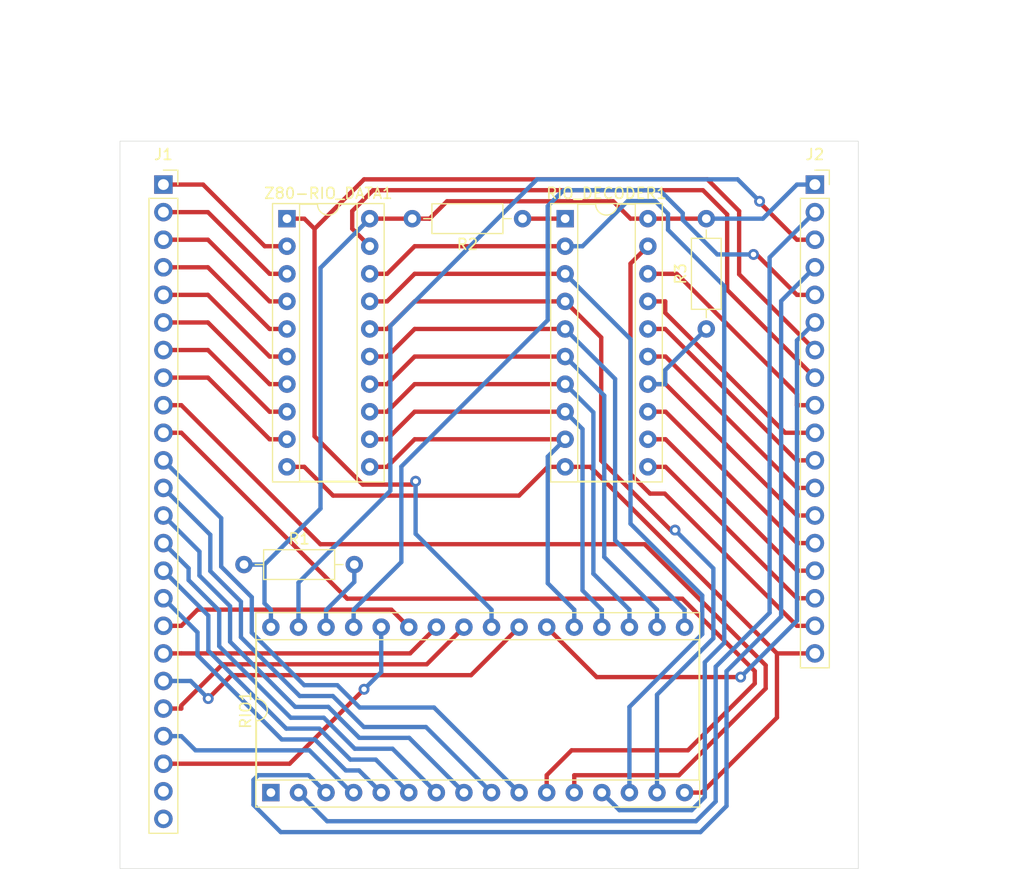
<source format=kicad_pcb>
(kicad_pcb (version 20221018) (generator pcbnew)
  (layers (0 "F.Cu" signal) (31 "B.Cu" signal) (34 "B.Paste" user) (35 "F.Paste" user) (36 "B.SilkS" user "B.Silkscreen") (37 "F.SilkS" user "F.Silkscreen") (38 "B.Mask" user) (39 "F.Mask" user) (44 "Edge.Cuts" user))
  (net 0 "")
  (net 1 "/RIO-128K_ZXspectrum/Z80_D0")
  (net 2 "/RIO-128K_ZXspectrum/Z80_D1")
  (net 3 "/RIO-128K_ZXspectrum/Z80_D2")
  (net 4 "/RIO-128K_ZXspectrum/Z80_D3")
  (net 5 "/RIO-128K_ZXspectrum/Z80_D4")
  (net 6 "/RIO-128K_ZXspectrum/Z80_D5")
  (net 7 "/RIO-128K_ZXspectrum/Z80_D6")
  (net 8 "/RIO-128K_ZXspectrum/Z80_D7")
  (net 9 "/RIO-128K_ZXspectrum/Z80_A0")
  (net 10 "/RIO-128K_ZXspectrum/Z80_A1")
  (net 11 "/RIO-128K_ZXspectrum/Z80_A2")
  (net 12 "/RIO-128K_ZXspectrum/Z80_A3")
  (net 13 "/RIO-128K_ZXspectrum/Z80_A4")
  (net 14 "/RIO-128K_ZXspectrum/Z80_A5")
  (net 15 "/RIO-128K_ZXspectrum/Z80_A6")
  (net 16 "/RIO-128K_ZXspectrum/Z80_A7")
  (net 17 "/RIO-128K_ZXspectrum/Z80_A8")
  (net 18 "/RIO-128K_ZXspectrum/Z80_A9")
  (net 19 "/RIO-128K_ZXspectrum/Z80_A10")
  (net 20 "/RIO-128K_ZXspectrum/Z80_A11")
  (net 21 "/RIO-128K_ZXspectrum/Z80_A12")
  (net 22 "/RIO-128K_ZXspectrum/Z80_A13")
  (net 23 "/RIO-128K_ZXspectrum/Z80_A14")
  (net 24 "/RIO-128K_ZXspectrum/Z80_A15")
  (net 25 "+5V")
  (net 26 "/RIO-128K_ZXspectrum/RIO_CE2")
  (net 27 "Net-(RIO_DECODER1-A->B)")
  (net 28 "/RIO-128K_ZXspectrum/CACHE_DATASTATUS")
  (net 30 "/RIO-128K_ZXspectrum/RIO_CONTROL.A16")
  (net 31 "/RIO-128K_ZXspectrum/RIO_CONTROL.A14")
  (net 32 "/RIO-128K_ZXspectrum/ROM_D0")
  (net 33 "/RIO-128K_ZXspectrum/ROM_D1")
  (net 34 "/RIO-128K_ZXspectrum/ROM_D2")
  (net 35 "GND")
  (net 36 "/RIO-128K_ZXspectrum/ROM_D3")
  (net 37 "/RIO-128K_ZXspectrum/ROM_D4")
  (net 38 "/RIO-128K_ZXspectrum/ROM_D5")
  (net 39 "/RIO-128K_ZXspectrum/ROM_D6")
  (net 40 "/RIO-128K_ZXspectrum/ROM_D7")
  (net 41 "/RIO-128K_ZXspectrum/RIO_CONTROL.CE")
  (net 42 "/RIO-128K_ZXspectrum/RIO_CONTROL.OE")
  (net 43 "/RIO-128K_ZXspectrum/RIO_CONTROL.WE")
  (net 44 "/RIO-128K_ZXspectrum/RIO_CONTROL.A15")
  (net 45 "/RIO-128K_ZXspectrum/Z80_HARDLOCK_SET")
  (net 46 "/RIO-128K_ZXspectrum/Z80_HARDLOCK_RESET")
  (net 47 "/RIO-128K_ZXspectrum/WAIT_IO")
  (net 48 "/RIO-128K_ZXspectrum/CACHE_SEL_3")
  (net 49 "/RIO-128K_ZXspectrum/CACHE_SEL_2")
  (net 50 "/RIO-128K_ZXspectrum/CACHE_SEL_1")
  (net 51 "/RIO-128K_ZXspectrum/CACHE_SEL_0")
  (net 52 "/RIO-128K_ZXspectrum/PERM_Z80_IORQ")
  (net 53 "/RIO-128K_ZXspectrum/RIO_CONTROL.ROM_RDY")
  (footprint "Package_DIP:DIP-20_W7.62mm_Socket" (layer "F.Cu") (at 152 73.14)
    (fp_text reference "RIO_DECODER1" (at 3.81 -2.33) (layer "F.SilkS"))
    (fp_text value "74HC245N")
    (pad "1" thru_hole rect (at 0 0) (size 1.6 1.6) (drill 0.8) (layers "*.Cu" "*.Mask") (net 27 "Net-(RIO_DECODER1-A->B)"))
    (pad "2" thru_hole oval (at 0 2.54) (size 1.6 1.6) (drill 0.8) (layers "*.Cu" "*.Mask") (net 32 "/RIO-128K_ZXspectrum/ROM_D0"))
    (pad "3" thru_hole oval (at 0 5.08) (size 1.6 1.6) (drill 0.8) (layers "*.Cu" "*.Mask") (net 33 "/RIO-128K_ZXspectrum/ROM_D1"))
    (pad "4" thru_hole oval (at 0 7.62) (size 1.6 1.6) (drill 0.8) (layers "*.Cu" "*.Mask") (net 34 "/RIO-128K_ZXspectrum/ROM_D2"))
    (pad "5" thru_hole oval (at 0 10.16) (size 1.6 1.6) (drill 0.8) (layers "*.Cu" "*.Mask") (net 36 "/RIO-128K_ZXspectrum/ROM_D3"))
    (pad "6" thru_hole oval (at 0 12.7) (size 1.6 1.6) (drill 0.8) (layers "*.Cu" "*.Mask") (net 37 "/RIO-128K_ZXspectrum/ROM_D4"))
    (pad "7" thru_hole oval (at 0 15.24) (size 1.6 1.6) (drill 0.8) (layers "*.Cu" "*.Mask") (net 38 "/RIO-128K_ZXspectrum/ROM_D5"))
    (pad "8" thru_hole oval (at 0 17.78) (size 1.6 1.6) (drill 0.8) (layers "*.Cu" "*.Mask") (net 39 "/RIO-128K_ZXspectrum/ROM_D6"))
    (pad "9" thru_hole oval (at 0 20.32) (size 1.6 1.6) (drill 0.8) (layers "*.Cu" "*.Mask") (net 40 "/RIO-128K_ZXspectrum/ROM_D7"))
    (pad "10" thru_hole oval (at 0 22.86) (size 1.6 1.6) (drill 0.8) (layers "*.Cu" "*.Mask") (net 35 "GND"))
    (pad "11" thru_hole oval (at 7.62 22.86) (size 1.6 1.6) (drill 0.8) (layers "*.Cu" "*.Mask") (net 45 "/RIO-128K_ZXspectrum/Z80_HARDLOCK_SET"))
    (pad "12" thru_hole oval (at 7.62 20.32) (size 1.6 1.6) (drill 0.8) (layers "*.Cu" "*.Mask") (net 46 "/RIO-128K_ZXspectrum/Z80_HARDLOCK_RESET"))
    (pad "13" thru_hole oval (at 7.62 17.78) (size 1.6 1.6) (drill 0.8) (layers "*.Cu" "*.Mask") (net 47 "/RIO-128K_ZXspectrum/WAIT_IO"))
    (pad "14" thru_hole oval (at 7.62 15.24) (size 1.6 1.6) (drill 0.8) (layers "*.Cu" "*.Mask") (net 28 "/RIO-128K_ZXspectrum/CACHE_DATASTATUS"))
    (pad "15" thru_hole oval (at 7.62 12.7) (size 1.6 1.6) (drill 0.8) (layers "*.Cu" "*.Mask") (net 48 "/RIO-128K_ZXspectrum/CACHE_SEL_3"))
    (pad "16" thru_hole oval (at 7.62 10.16) (size 1.6 1.6) (drill 0.8) (layers "*.Cu" "*.Mask") (net 49 "/RIO-128K_ZXspectrum/CACHE_SEL_2"))
    (pad "17" thru_hole oval (at 7.62 7.62) (size 1.6 1.6) (drill 0.8) (layers "*.Cu" "*.Mask") (net 50 "/RIO-128K_ZXspectrum/CACHE_SEL_1"))
    (pad "18" thru_hole oval (at 7.62 5.08) (size 1.6 1.6) (drill 0.8) (layers "*.Cu" "*.Mask") (net 51 "/RIO-128K_ZXspectrum/CACHE_SEL_0"))
    (pad "19" thru_hole oval (at 7.62 2.54) (size 1.6 1.6) (drill 0.8) (layers "*.Cu" "*.Mask") (net 52 "/RIO-128K_ZXspectrum/PERM_Z80_IORQ"))
    (pad "20" thru_hole oval (at 7.62 0) (size 1.6 1.6) (drill 0.8) (layers "*.Cu" "*.Mask") (net 25 "+5V"))
  )
  (footprint "Resistor_THT:R_Axial_DIN0207_L6.3mm_D2.5mm_P10.16mm_Horizontal" (layer "F.Cu") (at 165 83.3 90)
    (fp_text reference "R3" (at 5.08 -2.37 90) (layer "F.SilkS"))
    (fp_text value "10K")
    (pad "1" thru_hole circle (at 0 0 90) (size 1.6 1.6) (drill 0.8) (layers "*.Cu" "*.Mask") (net 28 "/RIO-128K_ZXspectrum/CACHE_DATASTATUS"))
    (pad "2" thru_hole oval (at 10.16 0 90) (size 1.6 1.6) (drill 0.8) (layers "*.Cu" "*.Mask") (net 25 "+5V"))
  )
  (footprint "Package_DIP:DIP-32_W15.24mm_Socket" (layer "F.Cu") (at 124.9 126 90)
    (fp_text reference "RIO1" (at 7.62 -2.33 90) (layer "F.SilkS"))
    (fp_text value "AS6C1008-55PCN")
    (pad "1" thru_hole rect (at 0 0 90) (size 1.6 1.6) (drill 0.8) (layers "*.Cu" "*.Mask"))
    (pad "2" thru_hole oval (at 0 2.54 90) (size 1.6 1.6) (drill 0.8) (layers "*.Cu" "*.Mask") (net 30 "/RIO-128K_ZXspectrum/RIO_CONTROL.A16"))
    (pad "3" thru_hole oval (at 0 5.08 90) (size 1.6 1.6) (drill 0.8) (layers "*.Cu" "*.Mask") (net 31 "/RIO-128K_ZXspectrum/RIO_CONTROL.A14"))
    (pad "4" thru_hole oval (at 0 7.62 90) (size 1.6 1.6) (drill 0.8) (layers "*.Cu" "*.Mask") (net 21 "/RIO-128K_ZXspectrum/Z80_A12"))
    (pad "5" thru_hole oval (at 0 10.16 90) (size 1.6 1.6) (drill 0.8) (layers "*.Cu" "*.Mask") (net 16 "/RIO-128K_ZXspectrum/Z80_A7"))
    (pad "6" thru_hole oval (at 0 12.7 90) (size 1.6 1.6) (drill 0.8) (layers "*.Cu" "*.Mask") (net 15 "/RIO-128K_ZXspectrum/Z80_A6"))
    (pad "7" thru_hole oval (at 0 15.24 90) (size 1.6 1.6) (drill 0.8) (layers "*.Cu" "*.Mask") (net 14 "/RIO-128K_ZXspectrum/Z80_A5"))
    (pad "8" thru_hole oval (at 0 17.78 90) (size 1.6 1.6) (drill 0.8) (layers "*.Cu" "*.Mask") (net 13 "/RIO-128K_ZXspectrum/Z80_A4"))
    (pad "9" thru_hole oval (at 0 20.32 90) (size 1.6 1.6) (drill 0.8) (layers "*.Cu" "*.Mask") (net 12 "/RIO-128K_ZXspectrum/Z80_A3"))
    (pad "10" thru_hole oval (at 0 22.86 90) (size 1.6 1.6) (drill 0.8) (layers "*.Cu" "*.Mask") (net 11 "/RIO-128K_ZXspectrum/Z80_A2"))
    (pad "11" thru_hole oval (at 0 25.4 90) (size 1.6 1.6) (drill 0.8) (layers "*.Cu" "*.Mask") (net 10 "/RIO-128K_ZXspectrum/Z80_A1"))
    (pad "12" thru_hole oval (at 0 27.94 90) (size 1.6 1.6) (drill 0.8) (layers "*.Cu" "*.Mask") (net 9 "/RIO-128K_ZXspectrum/Z80_A0"))
    (pad "13" thru_hole oval (at 0 30.48 90) (size 1.6 1.6) (drill 0.8) (layers "*.Cu" "*.Mask") (net 32 "/RIO-128K_ZXspectrum/ROM_D0"))
    (pad "14" thru_hole oval (at 0 33.02 90) (size 1.6 1.6) (drill 0.8) (layers "*.Cu" "*.Mask") (net 33 "/RIO-128K_ZXspectrum/ROM_D1"))
    (pad "15" thru_hole oval (at 0 35.56 90) (size 1.6 1.6) (drill 0.8) (layers "*.Cu" "*.Mask") (net 34 "/RIO-128K_ZXspectrum/ROM_D2"))
    (pad "16" thru_hole oval (at 0 38.1 90) (size 1.6 1.6) (drill 0.8) (layers "*.Cu" "*.Mask") (net 35 "GND"))
    (pad "17" thru_hole oval (at 15.24 38.1 90) (size 1.6 1.6) (drill 0.8) (layers "*.Cu" "*.Mask") (net 36 "/RIO-128K_ZXspectrum/ROM_D3"))
    (pad "18" thru_hole oval (at 15.24 35.56 90) (size 1.6 1.6) (drill 0.8) (layers "*.Cu" "*.Mask") (net 37 "/RIO-128K_ZXspectrum/ROM_D4"))
    (pad "19" thru_hole oval (at 15.24 33.02 90) (size 1.6 1.6) (drill 0.8) (layers "*.Cu" "*.Mask") (net 38 "/RIO-128K_ZXspectrum/ROM_D5"))
    (pad "20" thru_hole oval (at 15.24 30.48 90) (size 1.6 1.6) (drill 0.8) (layers "*.Cu" "*.Mask") (net 39 "/RIO-128K_ZXspectrum/ROM_D6"))
    (pad "21" thru_hole oval (at 15.24 27.94 90) (size 1.6 1.6) (drill 0.8) (layers "*.Cu" "*.Mask") (net 40 "/RIO-128K_ZXspectrum/ROM_D7"))
    (pad "22" thru_hole oval (at 15.24 25.4 90) (size 1.6 1.6) (drill 0.8) (layers "*.Cu" "*.Mask") (net 41 "/RIO-128K_ZXspectrum/RIO_CONTROL.CE"))
    (pad "23" thru_hole oval (at 15.24 22.86 90) (size 1.6 1.6) (drill 0.8) (layers "*.Cu" "*.Mask") (net 19 "/RIO-128K_ZXspectrum/Z80_A10"))
    (pad "24" thru_hole oval (at 15.24 20.32 90) (size 1.6 1.6) (drill 0.8) (layers "*.Cu" "*.Mask") (net 42 "/RIO-128K_ZXspectrum/RIO_CONTROL.OE"))
    (pad "25" thru_hole oval (at 15.24 17.78 90) (size 1.6 1.6) (drill 0.8) (layers "*.Cu" "*.Mask") (net 20 "/RIO-128K_ZXspectrum/Z80_A11"))
    (pad "26" thru_hole oval (at 15.24 15.24 90) (size 1.6 1.6) (drill 0.8) (layers "*.Cu" "*.Mask") (net 18 "/RIO-128K_ZXspectrum/Z80_A9"))
    (pad "27" thru_hole oval (at 15.24 12.7 90) (size 1.6 1.6) (drill 0.8) (layers "*.Cu" "*.Mask") (net 17 "/RIO-128K_ZXspectrum/Z80_A8"))
    (pad "28" thru_hole oval (at 15.24 10.16 90) (size 1.6 1.6) (drill 0.8) (layers "*.Cu" "*.Mask") (net 22 "/RIO-128K_ZXspectrum/Z80_A13"))
    (pad "29" thru_hole oval (at 15.24 7.62 90) (size 1.6 1.6) (drill 0.8) (layers "*.Cu" "*.Mask") (net 43 "/RIO-128K_ZXspectrum/RIO_CONTROL.WE"))
    (pad "30" thru_hole oval (at 15.24 5.08 90) (size 1.6 1.6) (drill 0.8) (layers "*.Cu" "*.Mask") (net 26 "/RIO-128K_ZXspectrum/RIO_CE2"))
    (pad "31" thru_hole oval (at 15.24 2.54 90) (size 1.6 1.6) (drill 0.8) (layers "*.Cu" "*.Mask") (net 44 "/RIO-128K_ZXspectrum/RIO_CONTROL.A15"))
    (pad "32" thru_hole oval (at 15.24 0 90) (size 1.6 1.6) (drill 0.8) (layers "*.Cu" "*.Mask") (net 25 "+5V"))
  )
  (footprint "Package_DIP:DIP-20_W7.62mm_Socket" (layer "F.Cu") (at 126.38 73.14)
    (fp_text reference "Z80-RIO_DATA1" (at 3.81 -2.33) (layer "F.SilkS"))
    (fp_text value "74HC245N")
    (pad "1" thru_hole rect (at 0 0) (size 1.6 1.6) (drill 0.8) (layers "*.Cu" "*.Mask") (net 42 "/RIO-128K_ZXspectrum/RIO_CONTROL.OE"))
    (pad "2" thru_hole oval (at 0 2.54) (size 1.6 1.6) (drill 0.8) (layers "*.Cu" "*.Mask") (net 1 "/RIO-128K_ZXspectrum/Z80_D0"))
    (pad "3" thru_hole oval (at 0 5.08) (size 1.6 1.6) (drill 0.8) (layers "*.Cu" "*.Mask") (net 2 "/RIO-128K_ZXspectrum/Z80_D1"))
    (pad "4" thru_hole oval (at 0 7.62) (size 1.6 1.6) (drill 0.8) (layers "*.Cu" "*.Mask") (net 3 "/RIO-128K_ZXspectrum/Z80_D2"))
    (pad "5" thru_hole oval (at 0 10.16) (size 1.6 1.6) (drill 0.8) (layers "*.Cu" "*.Mask") (net 4 "/RIO-128K_ZXspectrum/Z80_D3"))
    (pad "6" thru_hole oval (at 0 12.7) (size 1.6 1.6) (drill 0.8) (layers "*.Cu" "*.Mask") (net 5 "/RIO-128K_ZXspectrum/Z80_D4"))
    (pad "7" thru_hole oval (at 0 15.24) (size 1.6 1.6) (drill 0.8) (layers "*.Cu" "*.Mask") (net 6 "/RIO-128K_ZXspectrum/Z80_D5"))
    (pad "8" thru_hole oval (at 0 17.78) (size 1.6 1.6) (drill 0.8) (layers "*.Cu" "*.Mask") (net 7 "/RIO-128K_ZXspectrum/Z80_D6"))
    (pad "9" thru_hole oval (at 0 20.32) (size 1.6 1.6) (drill 0.8) (layers "*.Cu" "*.Mask") (net 8 "/RIO-128K_ZXspectrum/Z80_D7"))
    (pad "10" thru_hole oval (at 0 22.86) (size 1.6 1.6) (drill 0.8) (layers "*.Cu" "*.Mask") (net 35 "GND"))
    (pad "11" thru_hole oval (at 7.62 22.86) (size 1.6 1.6) (drill 0.8) (layers "*.Cu" "*.Mask") (net 40 "/RIO-128K_ZXspectrum/ROM_D7"))
    (pad "12" thru_hole oval (at 7.62 20.32) (size 1.6 1.6) (drill 0.8) (layers "*.Cu" "*.Mask") (net 39 "/RIO-128K_ZXspectrum/ROM_D6"))
    (pad "13" thru_hole oval (at 7.62 17.78) (size 1.6 1.6) (drill 0.8) (layers "*.Cu" "*.Mask") (net 38 "/RIO-128K_ZXspectrum/ROM_D5"))
    (pad "14" thru_hole oval (at 7.62 15.24) (size 1.6 1.6) (drill 0.8) (layers "*.Cu" "*.Mask") (net 37 "/RIO-128K_ZXspectrum/ROM_D4"))
    (pad "15" thru_hole oval (at 7.62 12.7) (size 1.6 1.6) (drill 0.8) (layers "*.Cu" "*.Mask") (net 36 "/RIO-128K_ZXspectrum/ROM_D3"))
    (pad "16" thru_hole oval (at 7.62 10.16) (size 1.6 1.6) (drill 0.8) (layers "*.Cu" "*.Mask") (net 34 "/RIO-128K_ZXspectrum/ROM_D2"))
    (pad "17" thru_hole oval (at 7.62 7.62) (size 1.6 1.6) (drill 0.8) (layers "*.Cu" "*.Mask") (net 33 "/RIO-128K_ZXspectrum/ROM_D1"))
    (pad "18" thru_hole oval (at 7.62 5.08) (size 1.6 1.6) (drill 0.8) (layers "*.Cu" "*.Mask") (net 32 "/RIO-128K_ZXspectrum/ROM_D0"))
    (pad "19" thru_hole oval (at 7.62 2.54) (size 1.6 1.6) (drill 0.8) (layers "*.Cu" "*.Mask") (net 53 "/RIO-128K_ZXspectrum/RIO_CONTROL.ROM_RDY"))
    (pad "20" thru_hole oval (at 7.62 0) (size 1.6 1.6) (drill 0.8) (layers "*.Cu" "*.Mask") (net 25 "+5V"))
  )
  (footprint "Resistor_THT:R_Axial_DIN0207_L6.3mm_D2.5mm_P10.16mm_Horizontal" (layer "F.Cu") (at 122.42 105)
    (fp_text reference "R1" (at 5.08 -2.37) (layer "F.SilkS"))
    (fp_text value "10K")
    (pad "1" thru_hole circle (at 0 0) (size 1.6 1.6) (drill 0.8) (layers "*.Cu" "*.Mask") (net 25 "+5V"))
    (pad "2" thru_hole oval (at 10.16 0) (size 1.6 1.6) (drill 0.8) (layers "*.Cu" "*.Mask") (net 26 "/RIO-128K_ZXspectrum/RIO_CE2"))
  )
  (footprint "Resistor_THT:R_Axial_DIN0207_L6.3mm_D2.5mm_P10.16mm_Horizontal" (layer "F.Cu") (at 148.08 73.14 180)
    (fp_text reference "R2" (at 5.08 -2.37) (layer "F.SilkS"))
    (fp_text value "10K")
    (pad "1" thru_hole circle (at 0 0 180) (size 1.6 1.6) (drill 0.8) (layers "*.Cu" "*.Mask") (net 27 "Net-(RIO_DECODER1-A->B)"))
    (pad "2" thru_hole oval (at 10.16 0 180) (size 1.6 1.6) (drill 0.8) (layers "*.Cu" "*.Mask") (net 25 "+5V"))
  )
  (footprint "Connector_PinSocket_2.54mm:PinSocket_1x18_P2.54mm_Vertical" (layer "F.Cu") (at 175 70)
    (fp_text reference "J2" (at 0 -2.77) (layer "F.SilkS"))
    (fp_text value "Conn_01x18_Socket")
    (pad "1" thru_hole rect (at 0 0) (size 1.7 1.7) (drill 1) (layers "*.Cu" "*.Mask") (net 25 "+5V"))
    (pad "2" thru_hole oval (at 0 2.54) (size 1.7 1.7) (drill 1) (layers "*.Cu" "*.Mask") (net 30 "/RIO-128K_ZXspectrum/RIO_CONTROL.A16"))
    (pad "3" thru_hole oval (at 0 5.08) (size 1.7 1.7) (drill 1) (layers "*.Cu" "*.Mask") (net 44 "/RIO-128K_ZXspectrum/RIO_CONTROL.A15"))
    (pad "4" thru_hole oval (at 0 7.62) (size 1.7 1.7) (drill 1) (layers "*.Cu" "*.Mask") (net 31 "/RIO-128K_ZXspectrum/RIO_CONTROL.A14"))
    (pad "5" thru_hole oval (at 0 10.16) (size 1.7 1.7) (drill 1) (layers "*.Cu" "*.Mask") (net 43 "/RIO-128K_ZXspectrum/RIO_CONTROL.WE"))
    (pad "6" thru_hole oval (at 0 12.7) (size 1.7 1.7) (drill 1) (layers "*.Cu" "*.Mask") (net 41 "/RIO-128K_ZXspectrum/RIO_CONTROL.CE"))
    (pad "7" thru_hole oval (at 0 15.24) (size 1.7 1.7) (drill 1) (layers "*.Cu" "*.Mask") (net 42 "/RIO-128K_ZXspectrum/RIO_CONTROL.OE"))
    (pad "8" thru_hole oval (at 0 17.78) (size 1.7 1.7) (drill 1) (layers "*.Cu" "*.Mask") (net 53 "/RIO-128K_ZXspectrum/RIO_CONTROL.ROM_RDY"))
    (pad "9" thru_hole oval (at 0 20.32) (size 1.7 1.7) (drill 1) (layers "*.Cu" "*.Mask") (net 51 "/RIO-128K_ZXspectrum/CACHE_SEL_0"))
    (pad "10" thru_hole oval (at 0 22.86) (size 1.7 1.7) (drill 1) (layers "*.Cu" "*.Mask") (net 50 "/RIO-128K_ZXspectrum/CACHE_SEL_1"))
    (pad "11" thru_hole oval (at 0 25.4) (size 1.7 1.7) (drill 1) (layers "*.Cu" "*.Mask") (net 49 "/RIO-128K_ZXspectrum/CACHE_SEL_2"))
    (pad "12" thru_hole oval (at 0 27.94) (size 1.7 1.7) (drill 1) (layers "*.Cu" "*.Mask") (net 48 "/RIO-128K_ZXspectrum/CACHE_SEL_3"))
    (pad "13" thru_hole oval (at 0 30.48) (size 1.7 1.7) (drill 1) (layers "*.Cu" "*.Mask") (net 28 "/RIO-128K_ZXspectrum/CACHE_DATASTATUS"))
    (pad "14" thru_hole oval (at 0 33.02) (size 1.7 1.7) (drill 1) (layers "*.Cu" "*.Mask") (net 47 "/RIO-128K_ZXspectrum/WAIT_IO"))
    (pad "15" thru_hole oval (at 0 35.56) (size 1.7 1.7) (drill 1) (layers "*.Cu" "*.Mask") (net 46 "/RIO-128K_ZXspectrum/Z80_HARDLOCK_RESET"))
    (pad "16" thru_hole oval (at 0 38.1) (size 1.7 1.7) (drill 1) (layers "*.Cu" "*.Mask") (net 45 "/RIO-128K_ZXspectrum/Z80_HARDLOCK_SET"))
    (pad "17" thru_hole oval (at 0 40.64) (size 1.7 1.7) (drill 1) (layers "*.Cu" "*.Mask") (net 52 "/RIO-128K_ZXspectrum/PERM_Z80_IORQ"))
    (pad "18" thru_hole oval (at 0 43.18) (size 1.7 1.7) (drill 1) (layers "*.Cu" "*.Mask") (net 35 "GND"))
  )
  (footprint "Connector_PinSocket_2.54mm:PinSocket_1x24_P2.54mm_Vertical" (layer "F.Cu") (at 115 70)
    (fp_text reference "J1" (at 0 -2.77) (layer "F.SilkS"))
    (fp_text value "Conn_01x24_Socket")
    (pad "1" thru_hole rect (at 0 0) (size 1.7 1.7) (drill 1) (layers "*.Cu" "*.Mask") (net 1 "/RIO-128K_ZXspectrum/Z80_D0"))
    (pad "2" thru_hole oval (at 0 2.54) (size 1.7 1.7) (drill 1) (layers "*.Cu" "*.Mask") (net 2 "/RIO-128K_ZXspectrum/Z80_D1"))
    (pad "3" thru_hole oval (at 0 5.08) (size 1.7 1.7) (drill 1) (layers "*.Cu" "*.Mask") (net 3 "/RIO-128K_ZXspectrum/Z80_D2"))
    (pad "4" thru_hole oval (at 0 7.62) (size 1.7 1.7) (drill 1) (layers "*.Cu" "*.Mask") (net 4 "/RIO-128K_ZXspectrum/Z80_D3"))
    (pad "5" thru_hole oval (at 0 10.16) (size 1.7 1.7) (drill 1) (layers "*.Cu" "*.Mask") (net 5 "/RIO-128K_ZXspectrum/Z80_D4"))
    (pad "6" thru_hole oval (at 0 12.7) (size 1.7 1.7) (drill 1) (layers "*.Cu" "*.Mask") (net 6 "/RIO-128K_ZXspectrum/Z80_D5"))
    (pad "7" thru_hole oval (at 0 15.24) (size 1.7 1.7) (drill 1) (layers "*.Cu" "*.Mask") (net 7 "/RIO-128K_ZXspectrum/Z80_D6"))
    (pad "8" thru_hole oval (at 0 17.78) (size 1.7 1.7) (drill 1) (layers "*.Cu" "*.Mask") (net 8 "/RIO-128K_ZXspectrum/Z80_D7"))
    (pad "9" thru_hole oval (at 0 20.32) (size 1.7 1.7) (drill 1) (layers "*.Cu" "*.Mask") (net 9 "/RIO-128K_ZXspectrum/Z80_A0"))
    (pad "10" thru_hole oval (at 0 22.86) (size 1.7 1.7) (drill 1) (layers "*.Cu" "*.Mask") (net 10 "/RIO-128K_ZXspectrum/Z80_A1"))
    (pad "11" thru_hole oval (at 0 25.4) (size 1.7 1.7) (drill 1) (layers "*.Cu" "*.Mask") (net 11 "/RIO-128K_ZXspectrum/Z80_A2"))
    (pad "12" thru_hole oval (at 0 27.94) (size 1.7 1.7) (drill 1) (layers "*.Cu" "*.Mask") (net 12 "/RIO-128K_ZXspectrum/Z80_A3"))
    (pad "13" thru_hole oval (at 0 30.48) (size 1.7 1.7) (drill 1) (layers "*.Cu" "*.Mask") (net 13 "/RIO-128K_ZXspectrum/Z80_A4"))
    (pad "14" thru_hole oval (at 0 33.02) (size 1.7 1.7) (drill 1) (layers "*.Cu" "*.Mask") (net 14 "/RIO-128K_ZXspectrum/Z80_A5"))
    (pad "15" thru_hole oval (at 0 35.56) (size 1.7 1.7) (drill 1) (layers "*.Cu" "*.Mask") (net 15 "/RIO-128K_ZXspectrum/Z80_A6"))
    (pad "16" thru_hole oval (at 0 38.1) (size 1.7 1.7) (drill 1) (layers "*.Cu" "*.Mask") (net 16 "/RIO-128K_ZXspectrum/Z80_A7"))
    (pad "17" thru_hole oval (at 0 40.64) (size 1.7 1.7) (drill 1) (layers "*.Cu" "*.Mask") (net 17 "/RIO-128K_ZXspectrum/Z80_A8"))
    (pad "18" thru_hole oval (at 0 43.18) (size 1.7 1.7) (drill 1) (layers "*.Cu" "*.Mask") (net 18 "/RIO-128K_ZXspectrum/Z80_A9"))
    (pad "19" thru_hole oval (at 0 45.72) (size 1.7 1.7) (drill 1) (layers "*.Cu" "*.Mask") (net 19 "/RIO-128K_ZXspectrum/Z80_A10"))
    (pad "20" thru_hole oval (at 0 48.26) (size 1.7 1.7) (drill 1) (layers "*.Cu" "*.Mask") (net 20 "/RIO-128K_ZXspectrum/Z80_A11"))
    (pad "21" thru_hole oval (at 0 50.8) (size 1.7 1.7) (drill 1) (layers "*.Cu" "*.Mask") (net 21 "/RIO-128K_ZXspectrum/Z80_A12"))
    (pad "22" thru_hole oval (at 0 53.34) (size 1.7 1.7) (drill 1) (layers "*.Cu" "*.Mask") (net 22 "/RIO-128K_ZXspectrum/Z80_A13"))
    (pad "23" thru_hole oval (at 0 55.88) (size 1.7 1.7) (drill 1) (layers "*.Cu" "*.Mask") (net 23 "/RIO-128K_ZXspectrum/Z80_A14"))
    (pad "24" thru_hole oval (at 0 58.42) (size 1.7 1.7) (drill 1) (layers "*.Cu" "*.Mask") (net 24 "/RIO-128K_ZXspectrum/Z80_A15"))
  )
  (gr_rect (start 111 66) (end 179 133) (stroke (width 0.05)) (fill none) (layer "Edge.Cuts"))
  (segment (start 124.3333 75.68) (end 126.38 75.68) (width 0.4) (layer "F.Cu") (net 1))
  (segment (start 118.6533 70) (end 124.3333 75.68) (width 0.4) (layer "F.Cu") (net 1))
  (segment (start 115 70) (end 118.6533 70) (width 0.4) (layer "F.Cu") (net 1))
  (segment (start 115 72.54) (end 119.0999 72.54) (width 0.4) (layer "F.Cu") (net 2))
  (segment (start 126.38 78.22) (end 124.7799 78.22) (width 0.4) (layer "F.Cu") (net 2))
  (segment (start 119.0999 72.54) (end 124.7799 78.22) (width 0.4) (layer "F.Cu") (net 2))
  (segment (start 119.0999 75.08) (end 124.7799 80.76) (width 0.4) (layer "F.Cu") (net 3))
  (segment (start 126.38 80.76) (end 124.7799 80.76) (width 0.4) (layer "F.Cu") (net 3))
  (segment (start 115 75.08) (end 119.0999 75.08) (width 0.4) (layer "F.Cu") (net 3))
  (segment (start 115 77.62) (end 119.0999 77.62) (width 0.4) (layer "F.Cu") (net 4))
  (segment (start 126.38 83.3) (end 124.7799 83.3) (width 0.4) (layer "F.Cu") (net 4))
  (segment (start 119.0999 77.62) (end 124.7799 83.3) (width 0.4) (layer "F.Cu") (net 4))
  (segment (start 115 80.16) (end 119.0999 80.16) (width 0.4) (layer "F.Cu") (net 5))
  (segment (start 119.0999 80.16) (end 124.7799 85.84) (width 0.4) (layer "F.Cu") (net 5))
  (segment (start 126.38 85.84) (end 124.7799 85.84) (width 0.4) (layer "F.Cu") (net 5))
  (segment (start 126.38 88.38) (end 124.7799 88.38) (width 0.4) (layer "F.Cu") (net 6))
  (segment (start 115 82.7) (end 119.0999 82.7) (width 0.4) (layer "F.Cu") (net 6))
  (segment (start 119.0999 82.7) (end 124.7799 88.38) (width 0.4) (layer "F.Cu") (net 6))
  (segment (start 119.0999 85.24) (end 124.7799 90.92) (width 0.4) (layer "F.Cu") (net 7))
  (segment (start 126.38 90.92) (end 124.7799 90.92) (width 0.4) (layer "F.Cu") (net 7))
  (segment (start 115 85.24) (end 119.0999 85.24) (width 0.4) (layer "F.Cu") (net 7))
  (segment (start 126.38 93.46) (end 124.7799 93.46) (width 0.4) (layer "F.Cu") (net 8))
  (segment (start 115 87.78) (end 119.0999 87.78) (width 0.4) (layer "F.Cu") (net 8))
  (segment (start 119.0999 87.78) (end 124.7799 93.46) (width 0.4) (layer "F.Cu") (net 8))
  (segment (start 170.4685 116.4134) (end 170.4685 114.2734) (width 0.4) (layer "F.Cu") (net 9))
  (segment (start 152.84 124.3999) (end 162.482 124.3999) (width 0.4) (layer "F.Cu") (net 9))
  (segment (start 115 90.32) (end 116.6501 90.32) (width 0.4) (layer "F.Cu") (net 9))
  (segment (start 170.4685 114.2734) (end 159.3173 103.1222) (width 0.4) (layer "F.Cu") (net 9))
  (segment (start 159.3173 103.1222) (end 129.4523 103.1222) (width 0.4) (layer "F.Cu") (net 9))
  (segment (start 152.84 126) (end 152.84 124.3999) (width 0.4) (layer "F.Cu") (net 9))
  (segment (start 162.482 124.3999) (end 170.4685 116.4134) (width 0.4) (layer "F.Cu") (net 9))
  (segment (start 129.4523 103.1222) (end 116.6501 90.32) (width 0.4) (layer "F.Cu") (net 9))
  (segment (start 116.6501 92.86) (end 131.9296 108.1395) (width 0.4) (layer "F.Cu") (net 10))
  (segment (start 162.7918 108.1395) (end 169.4637 114.8114) (width 0.4) (layer "F.Cu") (net 10))
  (segment (start 115 92.86) (end 116.6501 92.86) (width 0.4) (layer "F.Cu") (net 10))
  (segment (start 131.9296 108.1395) (end 162.7918 108.1395) (width 0.4) (layer "F.Cu") (net 10))
  (segment (start 169.4637 114.8114) (end 169.4637 115.952) (width 0.4) (layer "F.Cu") (net 10))
  (segment (start 169.4637 115.952) (end 163.3107 122.105) (width 0.4) (layer "F.Cu") (net 10))
  (segment (start 163.3107 122.105) (end 152.5949 122.105) (width 0.4) (layer "F.Cu") (net 10))
  (segment (start 152.5949 122.105) (end 150.3 124.3999) (width 0.4) (layer "F.Cu") (net 10))
  (segment (start 150.3 126) (end 150.3 124.3999) (width 0.4) (layer "F.Cu") (net 10))
  (segment (start 131.018 116.1062) (end 133.0765 118.1647) (width 0.4) (layer "B.Cu") (net 11))
  (segment (start 123.1396 108.0042) (end 123.1396 111.2755) (width 0.4) (layer "B.Cu") (net 11))
  (segment (start 120.3199 100.7199) (end 120.3199 105.1845) (width 0.4) (layer "B.Cu") (net 11))
  (segment (start 120.3199 105.1845) (end 123.1396 108.0042) (width 0.4) (layer "B.Cu") (net 11))
  (segment (start 133.0765 118.1647) (end 139.9247 118.1647) (width 0.4) (layer "B.Cu") (net 11))
  (segment (start 123.1396 111.2755) (end 127.9703 116.1062) (width 0.4) (layer "B.Cu") (net 11))
  (segment (start 127.9703 116.1062) (end 131.018 116.1062) (width 0.4) (layer "B.Cu") (net 11))
  (segment (start 115 95.4) (end 120.3199 100.7199) (width 0.4) (layer "B.Cu") (net 11))
  (segment (start 139.9247 118.1647) (end 147.76 126) (width 0.4) (layer "B.Cu") (net 11))
  (segment (start 130.6038 117.1063) (end 127.5559 117.1063) (width 0.4) (layer "B.Cu") (net 12))
  (segment (start 119.3197 105.5989) (end 119.3197 102.2597) (width 0.4) (layer "B.Cu") (net 12))
  (segment (start 145.22 126) (end 139.1798 119.9598) (width 0.4) (layer "B.Cu") (net 12))
  (segment (start 119.3197 102.2597) (end 115 97.94) (width 0.4) (layer "B.Cu") (net 12))
  (segment (start 133.4573 119.9598) (end 130.6038 117.1063) (width 0.4) (layer "B.Cu") (net 12))
  (segment (start 122.1394 111.6898) (end 122.1394 108.4186) (width 0.4) (layer "B.Cu") (net 12))
  (segment (start 127.5559 117.1063) (end 122.1394 111.6898) (width 0.4) (layer "B.Cu") (net 12))
  (segment (start 122.1394 108.4186) (end 119.3197 105.5989) (width 0.4) (layer "B.Cu") (net 12))
  (segment (start 139.1798 119.9598) (end 133.4573 119.9598) (width 0.4) (layer "B.Cu") (net 12))
  (segment (start 118.3196 103.7996) (end 115 100.48) (width 0.4) (layer "B.Cu") (net 13))
  (segment (start 142.68 126) (end 137.6399 120.9599) (width 0.4) (layer "B.Cu") (net 13))
  (segment (start 137.6399 120.9599) (end 133.0431 120.9599) (width 0.4) (layer "B.Cu") (net 13))
  (segment (start 130.1896 118.1064) (end 127.1417 118.1064) (width 0.4) (layer "B.Cu") (net 13))
  (segment (start 121.1393 112.104) (end 121.1393 108.8328) (width 0.4) (layer "B.Cu") (net 13))
  (segment (start 127.1417 118.1064) (end 121.1393 112.104) (width 0.4) (layer "B.Cu") (net 13))
  (segment (start 133.0431 120.9599) (end 130.1896 118.1064) (width 0.4) (layer "B.Cu") (net 13))
  (segment (start 121.1393 108.8328) (end 118.3196 106.0131) (width 0.4) (layer "B.Cu") (net 13))
  (segment (start 118.3196 106.0131) (end 118.3196 103.7996) (width 0.4) (layer "B.Cu") (net 13))
  (segment (start 140.14 126) (end 136.1 121.96) (width 0.4) (layer "B.Cu") (net 14))
  (segment (start 132.6289 121.96) (end 129.7754 119.1065) (width 0.4) (layer "B.Cu") (net 14))
  (segment (start 120.1392 109.2473) (end 117.3195 106.4276) (width 0.4) (layer "B.Cu") (net 14))
  (segment (start 136.1 121.96) (end 132.6289 121.96) (width 0.4) (layer "B.Cu") (net 14))
  (segment (start 117.3195 105.3395) (end 115 103.02) (width 0.4) (layer "B.Cu") (net 14))
  (segment (start 126.7275 119.1065) (end 120.1392 112.5182) (width 0.4) (layer "B.Cu") (net 14))
  (segment (start 117.3195 106.4276) (end 117.3195 105.3395) (width 0.4) (layer "B.Cu") (net 14))
  (segment (start 129.7754 119.1065) (end 126.7275 119.1065) (width 0.4) (layer "B.Cu") (net 14))
  (segment (start 120.1392 112.5182) (end 120.1392 109.2473) (width 0.4) (layer "B.Cu") (net 14))
  (segment (start 126.3133 120.1066) (end 119.1391 112.9324) (width 0.4) (layer "B.Cu") (net 15))
  (segment (start 132.2147 122.9601) (end 129.3612 120.1066) (width 0.4) (layer "B.Cu") (net 15))
  (segment (start 119.1391 112.9324) (end 119.1391 109.6991) (width 0.4) (layer "B.Cu") (net 15))
  (segment (start 119.1391 109.6991) (end 115 105.56) (width 0.4) (layer "B.Cu") (net 15))
  (segment (start 129.3612 120.1066) (end 126.3133 120.1066) (width 0.4) (layer "B.Cu") (net 15))
  (segment (start 134.5601 122.9601) (end 132.2147 122.9601) (width 0.4) (layer "B.Cu") (net 15))
  (segment (start 137.6 126) (end 134.5601 122.9601) (width 0.4) (layer "B.Cu") (net 15))
  (segment (start 118.139 113.3466) (end 118.139 111.239) (width 0.4) (layer "B.Cu") (net 16))
  (segment (start 133.0202 123.9602) (end 131.8005 123.9602) (width 0.4) (layer "B.Cu") (net 16))
  (segment (start 131.8005 123.9602) (end 128.9471 121.1068) (width 0.4) (layer "B.Cu") (net 16))
  (segment (start 135.06 126) (end 133.0202 123.9602) (width 0.4) (layer "B.Cu") (net 16))
  (segment (start 118.139 111.239) (end 115 108.1) (width 0.4) (layer "B.Cu") (net 16))
  (segment (start 125.8992 121.1068) (end 118.139 113.3466) (width 0.4) (layer "B.Cu") (net 16))
  (segment (start 128.9471 121.1068) (end 125.8992 121.1068) (width 0.4) (layer "B.Cu") (net 16))
  (segment (start 116.6501 110.64) (end 118.1404 109.1497) (width 0.4) (layer "F.Cu") (net 17))
  (segment (start 118.1404 109.1497) (end 135.9897 109.1497) (width 0.4) (layer "F.Cu") (net 17))
  (segment (start 135.9897 109.1497) (end 137.6 110.76) (width 0.4) (layer "F.Cu") (net 17))
  (segment (start 115 110.64) (end 116.6501 110.64) (width 0.4) (layer "F.Cu") (net 17))
  (segment (start 115 113.18) (end 116.6501 113.18) (width 0.4) (layer "F.Cu") (net 18))
  (segment (start 140.14 110.76) (end 137.72 113.18) (width 0.4) (layer "F.Cu") (net 18))
  (segment (start 137.72 113.18) (end 116.6501 113.18) (width 0.4) (layer "F.Cu") (net 18))
  (segment (start 121.2824 115.1839) (end 119.1288 117.3375) (width 0.4) (layer "F.Cu") (net 19))
  (segment (start 143.3361 115.1839) (end 121.2824 115.1839) (width 0.4) (layer "F.Cu") (net 19))
  (segment (start 147.76 110.76) (end 143.3361 115.1839) (width 0.4) (layer "F.Cu") (net 19))
  (via (at 119.1288 117.3375) (size 1) (drill 0.5) (layers "F.Cu" "B.Cu") (net 19))
  (segment (start 115 115.72) (end 117.5113 115.72) (width 0.4) (layer "B.Cu") (net 19))
  (segment (start 117.5113 115.72) (end 119.1288 117.3375) (width 0.4) (layer "B.Cu") (net 19))
  (segment (start 142.68 110.76) (end 139.2562 114.1838) (width 0.4) (layer "F.Cu") (net 20))
  (segment (start 115 118.26) (end 116.6501 118.26) (width 0.4) (layer "F.Cu") (net 20))
  (segment (start 116.6501 117.9776) (end 116.6501 118.26) (width 0.4) (layer "F.Cu") (net 20))
  (segment (start 120.4439 114.1838) (end 116.6501 117.9776) (width 0.4) (layer "F.Cu") (net 20))
  (segment (start 139.2562 114.1838) (end 120.4439 114.1838) (width 0.4) (layer "F.Cu") (net 20))
  (segment (start 117.9571 122.107) (end 128.4415 122.107) (width 0.4) (layer "B.Cu") (net 21))
  (segment (start 132.3345 126) (end 132.52 126) (width 0.4) (layer "B.Cu") (net 21))
  (segment (start 115 120.8) (end 116.6501 120.8) (width 0.4) (layer "B.Cu") (net 21))
  (segment (start 128.4415 122.107) (end 132.3345 126) (width 0.4) (layer "B.Cu") (net 21))
  (segment (start 116.6501 120.8) (end 117.9571 122.107) (width 0.4) (layer "B.Cu") (net 21))
  (segment (start 115 123.34) (end 126.6244 123.34) (width 0.4) (layer "F.Cu") (net 22))
  (segment (start 126.6244 123.34) (end 133.4804 116.484) (width 0.4) (layer "F.Cu") (net 22))
  (via (at 133.4804 116.484) (size 1) (drill 0.5) (layers "F.Cu" "B.Cu") (net 22))
  (segment (start 135.06 114.9044) (end 135.06 110.76) (width 0.4) (layer "B.Cu") (net 22))
  (segment (start 133.4804 116.484) (end 135.06 114.9044) (width 0.4) (layer "B.Cu") (net 22))
  (segment (start 141.1212 71.5389) (end 156.4188 71.5389) (width 0.4) (layer "F.Cu") (net 25))
  (segment (start 156.4188 71.5389) (end 158.0199 73.14) (width 0.4) (layer "F.Cu") (net 25))
  (segment (start 134 73.14) (end 137.92 73.14) (width 0.4) (layer "F.Cu") (net 25))
  (segment (start 165 73.14) (end 159.62 73.14) (width 0.4) (layer "F.Cu") (net 25))
  (segment (start 137.92 73.14) (end 139.5201 73.14) (width 0.4) (layer "F.Cu") (net 25))
  (segment (start 159.62 73.14) (end 158.0199 73.14) (width 0.4) (layer "F.Cu") (net 25))
  (segment (start 139.5201 73.14) (end 141.1212 71.5389) (width 0.4) (layer "F.Cu") (net 25))
  (segment (start 175 70) (end 173.3499 70) (width 0.4) (layer "B.Cu") (net 25))
  (segment (start 124.9 110.76) (end 124.9 109.1599) (width 0.4) (layer "B.Cu") (net 25))
  (segment (start 129.4695 77.6705) (end 134 73.14) (width 0.4) (layer "B.Cu") (net 25))
  (segment (start 124.3108 108.5707) (end 124.9 109.1599) (width 0.4) (layer "B.Cu") (net 25))
  (segment (start 129.4695 99.8413) (end 129.4695 77.6705) (width 0.4) (layer "B.Cu") (net 25))
  (segment (start 173.3499 70) (end 170.2099 73.14) (width 0.4) (layer "B.Cu") (net 25))
  (segment (start 124.3108 105) (end 129.4695 99.8413) (width 0.4) (layer "B.Cu") (net 25))
  (segment (start 165 73.14) (end 166.6001 73.14) (width 0.4) (layer "B.Cu") (net 25))
  (segment (start 170.2099 73.14) (end 166.6001 73.14) (width 0.4) (layer "B.Cu") (net 25))
  (segment (start 124.3108 105) (end 124.3108 108.5707) (width 0.4) (layer "B.Cu") (net 25))
  (segment (start 122.42 105) (end 124.3108 105) (width 0.4) (layer "B.Cu") (net 25))
  (segment (start 130.0202 109.1599) (end 132.58 106.6001) (width 0.4) (layer "B.Cu") (net 26))
  (segment (start 129.98 109.1599) (end 130.0202 109.1599) (width 0.4) (layer "B.Cu") (net 26))
  (segment (start 129.98 110.76) (end 129.98 109.1599) (width 0.4) (layer "B.Cu") (net 26))
  (segment (start 132.58 105) (end 132.58 106.6001) (width 0.4) (layer "B.Cu") (net 26))
  (segment (start 148.08 73.14) (end 152 73.14) (width 0.4) (layer "F.Cu") (net 27))
  (segment (start 175 100.48) (end 173.3499 100.48) (width 0.4) (layer "F.Cu") (net 28))
  (segment (start 173.3499 100.48) (end 161.2499 88.38) (width 0.4) (layer "F.Cu") (net 28))
  (segment (start 161.2499 88.38) (end 159.62 88.38) (width 0.4) (layer "F.Cu") (net 28))
  (segment (start 161.2201 87.0799) (end 165 83.3) (width 0.4) (layer "B.Cu") (net 28))
  (segment (start 159.62 88.38) (end 161.2201 88.38) (width 0.4) (layer "B.Cu") (net 28))
  (segment (start 161.2201 88.38) (end 161.2201 87.0799) (width 0.4) (layer "B.Cu") (net 28))
  (segment (start 164.0472 128.6371) (end 130.0771 128.6371) (width 0.4) (layer "B.Cu") (net 30))
  (segment (start 165.8633 114.4088) (end 165.8633 126.821) (width 0.4) (layer "B.Cu") (net 30))
  (segment (start 170.8306 76.7094) (end 170.8306 109.4415) (width 0.4) (layer "B.Cu") (net 30))
  (segment (start 175 72.54) (end 170.8306 76.7094) (width 0.4) (layer "B.Cu") (net 30))
  (segment (start 130.0771 128.6371) (end 127.44 126) (width 0.4) (layer "B.Cu") (net 30))
  (segment (start 165.8633 126.821) (end 164.0472 128.6371) (width 0.4) (layer "B.Cu") (net 30))
  (segment (start 170.8306 109.4415) (end 165.8633 114.4088) (width 0.4) (layer "B.Cu") (net 30))
  (segment (start 175 77.62) (end 171.8917 80.7283) (width 0.4) (layer "B.Cu") (net 31))
  (segment (start 128.3782 124.3982) (end 129.98 126) (width 0.4) (layer "B.Cu") (net 31))
  (segment (start 123.2951 124.8356) (end 123.7325 124.3982) (width 0.4) (layer "B.Cu") (net 31))
  (segment (start 123.7325 124.3982) (end 128.3782 124.3982) (width 0.4) (layer "B.Cu") (net 31))
  (segment (start 171.8917 80.7283) (end 171.8917 109.7948) (width 0.4) (layer "B.Cu") (net 31))
  (segment (start 125.8057 129.6372) (end 123.2951 127.1266) (width 0.4) (layer "B.Cu") (net 31))
  (segment (start 171.8917 109.7948) (end 171.8916 109.7948) (width 0.4) (layer "B.Cu") (net 31))
  (segment (start 166.8635 127.2351) (end 164.4614 129.6372) (width 0.4) (layer "B.Cu") (net 31))
  (segment (start 166.8635 114.8229) (end 166.8635 127.2351) (width 0.4) (layer "B.Cu") (net 31))
  (segment (start 123.2951 127.1266) (end 123.2951 124.8356) (width 0.4) (layer "B.Cu") (net 31))
  (segment (start 164.4614 129.6372) (end 125.8057 129.6372) (width 0.4) (layer "B.Cu") (net 31))
  (segment (start 171.8916 109.7948) (end 166.8635 114.8229) (width 0.4) (layer "B.Cu") (net 31))
  (segment (start 134 78.22) (end 135.6001 78.22) (width 0.4) (layer "F.Cu") (net 32))
  (segment (start 138.1401 75.68) (end 152 75.68) (width 0.4) (layer "F.Cu") (net 32))
  (segment (start 135.6001 78.22) (end 138.1401 75.68) (width 0.4) (layer "F.Cu") (net 32))
  (segment (start 163.6513 127.6185) (end 156.9985 127.6185) (width 0.4) (layer "B.Cu") (net 32))
  (segment (start 157.7606 71.5195) (end 160.297 71.5195) (width 0.4) (layer "B.Cu") (net 32))
  (segment (start 166.6522 112.2056) (end 164.8632 113.9946) (width 0.4) (layer "B.Cu") (net 32))
  (segment (start 160.297 71.5195) (end 161.4743 72.6968) (width 0.4) (layer "B.Cu") (net 32))
  (segment (start 161.4743 72.6968) (end 161.4743 74.1704) (width 0.4) (layer "B.Cu") (net 32))
  (segment (start 164.8632 126.4066) (end 163.6513 127.6185) (width 0.4) (layer "B.Cu") (net 32))
  (segment (start 153.6001 75.68) (end 157.7606 71.5195) (width 0.4) (layer "B.Cu") (net 32))
  (segment (start 164.8632 113.9946) (end 164.8632 126.4066) (width 0.4) (layer "B.Cu") (net 32))
  (segment (start 161.4743 74.1704) (end 166.6522 79.3483) (width 0.4) (layer "B.Cu") (net 32))
  (segment (start 156.9985 127.6185) (end 155.38 126) (width 0.4) (layer "B.Cu") (net 32))
  (segment (start 152 75.68) (end 153.6001 75.68) (width 0.4) (layer "B.Cu") (net 32))
  (segment (start 166.6522 79.3483) (end 166.6522 112.2056) (width 0.4) (layer "B.Cu") (net 32))
  (segment (start 138.1401 78.22) (end 152 78.22) (width 0.4) (layer "F.Cu") (net 33))
  (segment (start 134 80.76) (end 135.6001 80.76) (width 0.4) (layer "F.Cu") (net 33))
  (segment (start 135.6001 80.76) (end 138.1401 78.22) (width 0.4) (layer "F.Cu") (net 33))
  (segment (start 164.6252 107.8435) (end 164.6252 111.404) (width 0.4) (layer "B.Cu") (net 33))
  (segment (start 158.0198 84.2398) (end 158.0198 101.2381) (width 0.4) (layer "B.Cu") (net 33))
  (segment (start 164.6252 111.404) (end 157.92 118.1092) (width 0.4) (layer "B.Cu") (net 33))
  (segment (start 152 78.22) (end 158.0198 84.2398) (width 0.4) (layer "B.Cu") (net 33))
  (segment (start 158.0198 101.2381) (end 164.6252 107.8435) (width 0.4) (layer "B.Cu") (net 33))
  (segment (start 157.92 126) (end 157.92 124.3999) (width 0.4) (layer "B.Cu") (net 33))
  (segment (start 157.92 118.1092) (end 157.92 124.3999) (width 0.4) (layer "B.Cu") (net 33))
  (segment (start 135.6001 83.3) (end 138.1401 80.76) (width 0.4) (layer "F.Cu") (net 34))
  (segment (start 138.1401 80.76) (end 152 80.76) (width 0.4) (layer "F.Cu") (net 34))
  (segment (start 155.3226 95.4263) (end 161.7183 101.822) (width 0.4) (layer "F.Cu") (net 34))
  (segment (start 134 83.3) (end 135.6001 83.3) (width 0.4) (layer "F.Cu") (net 34))
  (segment (start 152 80.76) (end 155.3226 84.0826) (width 0.4) (layer "F.Cu") (net 34))
  (segment (start 161.7183 101.822) (end 162.119 101.822) (width 0.4) (layer "F.Cu") (net 34))
  (segment (start 155.3226 84.0826) (end 155.3226 95.4263) (width 0.4) (layer "F.Cu") (net 34))
  (via (at 162.119 101.822) (size 1) (drill 0.5) (layers "F.Cu" "B.Cu") (net 34))
  (segment (start 162.119 101.822) (end 165.6503 105.3533) (width 0.4) (layer "B.Cu") (net 34))
  (segment (start 165.6503 111.7932) (end 160.46 116.9835) (width 0.4) (layer "B.Cu") (net 34))
  (segment (start 160.46 126) (end 160.46 124.3999) (width 0.4) (layer "B.Cu") (net 34))
  (segment (start 160.46 116.9835) (end 160.46 124.3999) (width 0.4) (layer "B.Cu") (net 34))
  (segment (start 165.6503 105.3533) (end 165.6503 111.7932) (width 0.4) (layer "B.Cu") (net 34))
  (segment (start 171.5085 113.18) (end 154.3285 96) (width 0.4) (layer "F.Cu") (net 35))
  (segment (start 127.9801 96) (end 130.6264 98.6463) (width 0.4) (layer "F.Cu") (net 35))
  (segment (start 175 113.18) (end 171.5085 113.18) (width 0.4) (layer "F.Cu") (net 35))
  (segment (start 163 126) (end 164.6001 126) (width 0.4) (layer "F.Cu") (net 35))
  (segment (start 126.38 96) (end 127.9801 96) (width 0.4) (layer "F.Cu") (net 35))
  (segment (start 154.3285 96) (end 152 96) (width 0.4) (layer "F.Cu") (net 35))
  (segment (start 147.7536 98.6463) (end 150.3999 96) (width 0.4) (layer "F.Cu") (net 35))
  (segment (start 152 96) (end 150.3999 96) (width 0.4) (layer "F.Cu") (net 35))
  (segment (start 164.6001 126) (end 171.5085 119.0916) (width 0.4) (layer "F.Cu") (net 35))
  (segment (start 130.6264 98.6463) (end 147.7536 98.6463) (width 0.4) (layer "F.Cu") (net 35))
  (segment (start 171.5085 119.0916) (end 171.5085 113.18) (width 0.4) (layer "F.Cu") (net 35))
  (segment (start 134 85.84) (end 135.6001 85.84) (width 0.4) (layer "F.Cu") (net 36))
  (segment (start 138.1401 83.3) (end 152 83.3) (width 0.4) (layer "F.Cu") (net 36))
  (segment (start 135.6001 85.84) (end 138.1401 83.3) (width 0.4) (layer "F.Cu") (net 36))
  (segment (start 156.6005 102.7604) (end 163 109.1599) (width 0.4) (layer "B.Cu") (net 36))
  (segment (start 152 83.3) (end 156.6005 87.9005) (width 0.4) (layer "B.Cu") (net 36))
  (segment (start 156.6005 87.9005) (end 156.6005 102.7604) (width 0.4) (layer "B.Cu") (net 36))
  (segment (start 163 110.76) (end 163 109.1599) (width 0.4) (layer "B.Cu") (net 36))
  (segment (start 134 88.38) (end 135.6001 88.38) (width 0.4) (layer "F.Cu") (net 37))
  (segment (start 135.6001 88.38) (end 138.1401 85.84) (width 0.4) (layer "F.Cu") (net 37))
  (segment (start 138.1401 85.84) (end 152 85.84) (width 0.4) (layer "F.Cu") (net 37))
  (segment (start 155.6004 89.4404) (end 155.6004 104.3003) (width 0.4) (layer "B.Cu") (net 37))
  (segment (start 160.46 110.76) (end 160.46 109.1599) (width 0.4) (layer "B.Cu") (net 37))
  (segment (start 152 85.84) (end 155.6004 89.4404) (width 0.4) (layer "B.Cu") (net 37))
  (segment (start 155.6004 104.3003) (end 160.46 109.1599) (width 0.4) (layer "B.Cu") (net 37))
  (segment (start 134 90.92) (end 135.6001 90.92) (width 0.4) (layer "F.Cu") (net 38))
  (segment (start 138.1401 88.38) (end 152 88.38) (width 0.4) (layer "F.Cu") (net 38))
  (segment (start 135.6001 90.92) (end 138.1401 88.38) (width 0.4) (layer "F.Cu") (net 38))
  (segment (start 154.6003 105.8402) (end 157.92 109.1599) (width 0.4) (layer "B.Cu") (net 38))
  (segment (start 157.92 110.76) (end 157.92 109.1599) (width 0.4) (layer "B.Cu") (net 38))
  (segment (start 152 88.38) (end 154.6003 90.9803) (width 0.4) (layer "B.Cu") (net 38))
  (segment (start 154.6003 90.9803) (end 154.6003 105.8402) (width 0.4) (layer "B.Cu") (net 38))
  (segment (start 135.6001 93.46) (end 138.1401 90.92) (width 0.4) (layer "F.Cu") (net 39))
  (segment (start 138.1401 90.92) (end 152 90.92) (width 0.4) (layer "F.Cu") (net 39))
  (segment (start 134 93.46) (end 135.6001 93.46) (width 0.4) (layer "F.Cu") (net 39))
  (segment (start 152 90.92) (end 153.6001 92.5201) (width 0.4) (layer "B.Cu") (net 39))
  (segment (start 153.6001 107.38) (end 155.38 109.1599) (width 0.4) (layer "B.Cu") (net 39))
  (segment (start 153.6001 92.5201) (end 153.6001 107.38) (width 0.4) (layer "B.Cu") (net 39))
  (segment (start 155.38 110.76) (end 155.38 109.1599) (width 0.4) (layer "B.Cu") (net 39))
  (segment (start 134 96) (end 135.6001 96) (width 0.4) (layer "F.Cu") (net 40))
  (segment (start 135.6001 96) (end 138.1401 93.46) (width 0.4) (layer "F.Cu") (net 40))
  (segment (start 138.1401 93.46) (end 152 93.46) (width 0.4) (layer "F.Cu") (net 40))
  (segment (start 152 93.46) (end 150.3999 95.0601) (width 0.4) (layer "B.Cu") (net 40))
  (segment (start 150.3999 95.0601) (end 150.3999 106.7198) (width 0.4) (layer "B.Cu") (net 40))
  (segment (start 150.3999 106.7198) (end 152.84 109.1599) (width 0.4) (layer "B.Cu") (net 40))
  (segment (start 152.84 110.76) (end 152.84 109.1599) (width 0.4) (layer "B.Cu") (net 40))
  (segment (start 154.9014 115.3614) (end 168.1636 115.3614) (width 0.4) (layer "F.Cu") (net 41))
  (segment (start 150.3 110.76) (end 154.9014 115.3614) (width 0.4) (layer "F.Cu") (net 41))
  (via (at 168.1636 115.3614) (size 1) (drill 0.5) (layers "F.Cu" "B.Cu") (net 41))
  (segment (start 173.3498 110.1752) (end 168.1636 115.3614) (width 0.4) (layer "B.Cu") (net 41))
  (segment (start 173.3498 84.3502) (end 173.3498 110.1752) (width 0.4) (layer "B.Cu") (net 41))
  (segment (start 175 82.7) (end 173.3498 84.3502) (width 0.4) (layer "B.Cu") (net 41))
  (segment (start 175 85.24) (end 168.023 78.263) (width 0.4) (layer "F.Cu") (net 42))
  (segment (start 126.38 73.14) (end 127.7301 73.14) (width 0.4) (layer "F.Cu") (net 42))
  (segment (start 165.1027 69.5199) (end 133.4801 69.5199) (width 0.4) (layer "F.Cu") (net 42))
  (segment (start 168.023 78.263) (end 168.023 72.4402) (width 0.4) (layer "F.Cu") (net 42))
  (segment (start 128.92 74.08) (end 128.92 93.1835) (width 0.4) (layer "F.Cu") (net 42))
  (segment (start 137.9176 97.632) (end 138.2278 97.3218) (width 0.4) (layer "F.Cu") (net 42))
  (segment (start 127.7301 73.14) (end 127.98 73.14) (width 0.4) (layer "F.Cu") (net 42))
  (segment (start 128.92 93.1835) (end 133.3685 97.632) (width 0.4) (layer "F.Cu") (net 42))
  (segment (start 133.4801 69.5199) (end 128.92 74.08) (width 0.4) (layer "F.Cu") (net 42))
  (segment (start 168.023 72.4402) (end 165.1027 69.5199) (width 0.4) (layer "F.Cu") (net 42))
  (segment (start 127.98 73.14) (end 128.92 74.08) (width 0.4) (layer "F.Cu") (net 42))
  (segment (start 133.3685 97.632) (end 137.9176 97.632) (width 0.4) (layer "F.Cu") (net 42))
  (via (at 138.2278 97.3218) (size 1) (drill 0.5) (layers "F.Cu" "B.Cu") (net 42))
  (segment (start 138.2278 102.1677) (end 138.2278 97.3218) (width 0.4) (layer "B.Cu") (net 42))
  (segment (start 145.22 110.76) (end 145.22 109.1599) (width 0.4) (layer "B.Cu") (net 42))
  (segment (start 145.22 109.1599) (end 138.2278 102.1677) (width 0.4) (layer "B.Cu") (net 42))
  (segment (start 175 80.16) (end 173.3499 80.16) (width 0.4) (layer "F.Cu") (net 43))
  (segment (start 173.3499 80.16) (end 169.6269 76.437) (width 0.4) (layer "F.Cu") (net 43))
  (segment (start 169.6269 76.437) (end 169.3482 76.437) (width 0.4) (layer "F.Cu") (net 43))
  (via (at 169.3482 76.437) (size 1) (drill 0.5) (layers "F.Cu" "B.Cu") (net 43))
  (segment (start 166.01 76.437) (end 169.3482 76.437) (width 0.4) (layer "B.Cu") (net 43))
  (segment (start 162.8281 73.2551) (end 166.01 76.437) (width 0.4) (layer "B.Cu") (net 43))
  (segment (start 160.7112 70.5194) (end 162.8281 72.6363) (width 0.4) (layer "B.Cu") (net 43))
  (segment (start 132.52 109.1599) (end 136.9145 104.7654) (width 0.4) (layer "B.Cu") (net 43))
  (segment (start 150.3938 82.4898) (end 150.3938 71.9848) (width 0.4) (layer "B.Cu") (net 43))
  (segment (start 136.9145 104.7654) (end 136.9145 95.9691) (width 0.4) (layer "B.Cu") (net 43))
  (segment (start 151.8592 70.5194) (end 160.7112 70.5194) (width 0.4) (layer "B.Cu") (net 43))
  (segment (start 136.9145 95.9691) (end 150.3938 82.4898) (width 0.4) (layer "B.Cu") (net 43))
  (segment (start 162.8281 72.6363) (end 162.8281 73.2551) (width 0.4) (layer "B.Cu") (net 43))
  (segment (start 150.3938 71.9848) (end 151.8592 70.5194) (width 0.4) (layer "B.Cu") (net 43))
  (segment (start 132.52 110.76) (end 132.52 109.1599) (width 0.4) (layer "B.Cu") (net 43))
  (segment (start 173.3499 75.08) (end 169.9095 71.6396) (width 0.4) (layer "F.Cu") (net 44))
  (segment (start 175 75.08) (end 173.3499 75.08) (width 0.4) (layer "F.Cu") (net 44))
  (segment (start 169.9095 71.6396) (end 169.9095 71.54) (width 0.4) (layer "F.Cu") (net 44))
  (via (at 169.9095 71.54) (size 1) (drill 0.5) (layers "F.Cu" "B.Cu") (net 44))
  (segment (start 149.4088 69.5193) (end 167.8888 69.5193) (width 0.4) (layer "B.Cu") (net 44))
  (segment (start 167.8888 69.5193) (end 169.9095 71.54) (width 0.4) (layer "B.Cu") (net 44))
  (segment (start 127.44 106.6609) (end 135.901 98.1999) (width 0.4) (layer "B.Cu") (net 44))
  (segment (start 127.44 110.76) (end 127.44 106.6609) (width 0.4) (layer "B.Cu") (net 44))
  (segment (start 135.901 83.0271) (end 149.4088 69.5193) (width 0.4) (layer "B.Cu") (net 44))
  (segment (start 135.901 98.1999) (end 135.901 83.0271) (width 0.4) (layer "B.Cu") (net 44))
  (segment (start 175 108.1) (end 173.3499 108.1) (width 0.4) (layer "F.Cu") (net 45))
  (segment (start 161.2499 96) (end 159.62 96) (width 0.4) (layer "F.Cu") (net 45))
  (segment (start 173.3499 108.1) (end 161.2499 96) (width 0.4) (layer "F.Cu") (net 45))
  (segment (start 173.3499 105.56) (end 161.2499 93.46) (width 0.4) (layer "F.Cu") (net 46))
  (segment (start 161.2499 93.46) (end 159.62 93.46) (width 0.4) (layer "F.Cu") (net 46))
  (segment (start 175 105.56) (end 173.3499 105.56) (width 0.4) (layer "F.Cu") (net 46))
  (segment (start 175 103.02) (end 173.3499 103.02) (width 0.4) (layer "F.Cu") (net 47))
  (segment (start 161.2499 90.92) (end 159.62 90.92) (width 0.4) (layer "F.Cu") (net 47))
  (segment (start 173.3499 103.02) (end 161.2499 90.92) (width 0.4) (layer "F.Cu") (net 47))
  (segment (start 175 97.94) (end 173.3499 97.94) (width 0.4) (layer "F.Cu") (net 48))
  (segment (start 161.2499 85.84) (end 159.62 85.84) (width 0.4) (layer "F.Cu") (net 48))
  (segment (start 173.3499 97.94) (end 161.2499 85.84) (width 0.4) (layer "F.Cu") (net 48))
  (segment (start 173.3201 95.4) (end 161.2201 83.3) (width 0.4) (layer "F.Cu") (net 49))
  (segment (start 175 95.4) (end 173.3201 95.4) (width 0.4) (layer "F.Cu") (net 49))
  (segment (start 159.62 83.3) (end 161.2201 83.3) (width 0.4) (layer "F.Cu") (net 49))
  (segment (start 172.2667 92.86) (end 161.2201 81.8134) (width 0.4) (layer "F.Cu") (net 50))
  (segment (start 161.2201 81.8134) (end 161.2201 80.76) (width 0.4) (layer "F.Cu") (net 50))
  (segment (start 175 92.86) (end 172.2667 92.86) (width 0.4) (layer "F.Cu") (net 50))
  (segment (start 159.62 80.76) (end 161.2201 80.76) (width 0.4) (layer "F.Cu") (net 50))
  (segment (start 159.62 78.22) (end 162.2812 78.22) (width 0.4) (layer "F.Cu") (net 51))
  (segment (start 162.2812 78.22) (end 173.3499 89.2887) (width 0.4) (layer "F.Cu") (net 51))
  (segment (start 175 90.32) (end 173.3499 90.32) (width 0.4) (layer "F.Cu") (net 51))
  (segment (start 173.3499 89.2887) (end 173.3499 90.32) (width 0.4) (layer "F.Cu") (net 51))
  (segment (start 175 110.64) (end 173.3499 110.64) (width 0.4) (layer "F.Cu") (net 52))
  (segment (start 173.3499 110.64) (end 161.1712 98.4613) (width 0.4) (layer "F.Cu") (net 52))
  (segment (start 161.1712 98.4613) (end 159.8181 98.4613) (width 0.4) (layer "F.Cu") (net 52))
  (segment (start 158.0198 77.2802) (end 159.62 75.68) (width 0.4) (layer "F.Cu") (net 52))
  (segment (start 158.0198 96.663) (end 158.0198 77.2802) (width 0.4) (layer "F.Cu") (net 52))
  (segment (start 159.8181 98.4613) (end 158.0198 96.663) (width 0.4) (layer "F.Cu") (net 52))
  (segment (start 132.3902 74.0702) (end 134 75.68) (width 0.4) (layer "F.Cu") (net 53))
  (segment (start 132.3902 72.4404) (end 132.3902 74.0702) (width 0.4) (layer "F.Cu") (net 53))
  (segment (start 175 87.78) (end 166.9207 79.7007) (width 0.4) (layer "F.Cu") (net 53))
  (segment (start 134.3105 70.5201) (end 132.3902 72.4404) (width 0.4) (layer "F.Cu") (net 53))
  (segment (start 166.9207 79.7007) (end 166.9207 72.7524) (width 0.4) (layer "F.Cu") (net 53))
  (segment (start 164.6884 70.5201) (end 134.3105 70.5201) (width 0.4) (layer "F.Cu") (net 53))
  (segment (start 166.9207 72.7524) (end 164.6884 70.5201) (width 0.4) (layer "F.Cu") (net 53))
)
</source>
